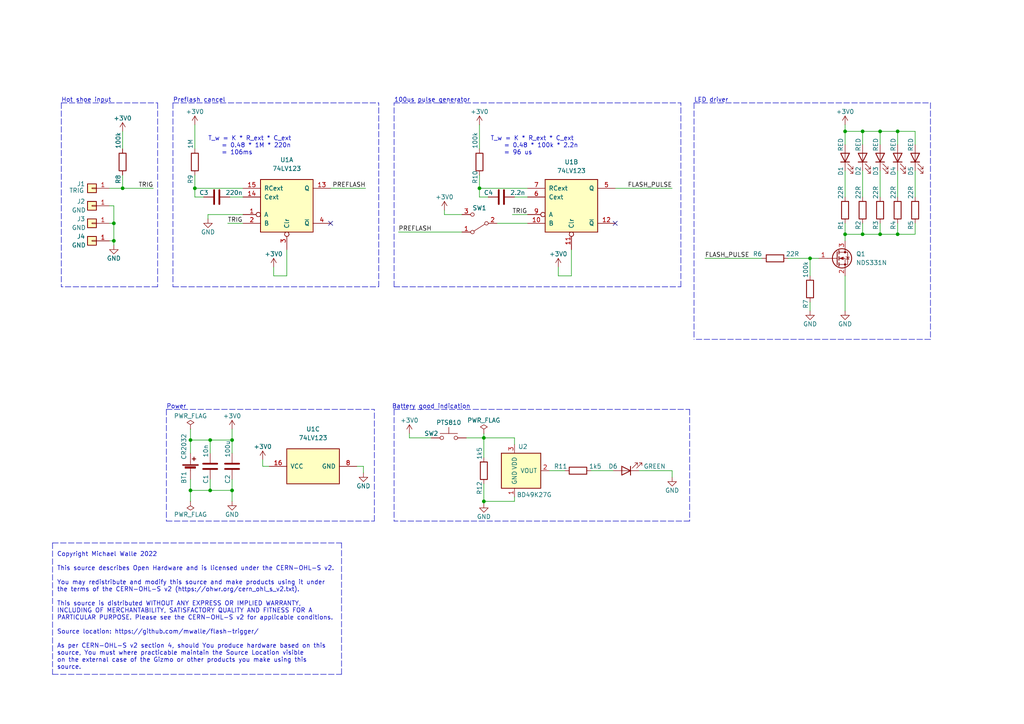
<source format=kicad_sch>
(kicad_sch (version 20211123) (generator eeschema)
  (paper "A4")
  (title_block (title "Flash Trigger") (date "2022-10-02") (rev "2"))
  (lib_symbols
    (symbol "74xx:74LS123" (pin_names (offset 1.016))
      (property "Reference" "U" (at -7.62 8.89 0))
      (property "Value" "74LS123" (at -7.62 -8.89 0))
      (symbol "74LS123_1_0"
        (pin input inverted (at -12.7 -2.54 0) (length 5.08) (name "A") (number "1"))
        (pin output line (at 12.7 5.08 180) (length 5.08) (name "Q") (number "13"))
        (pin input line (at -12.7 2.54 0) (length 5.08) (name "Cext") (number "14"))
        (pin input line (at -12.7 5.08 0) (length 5.08) (name "RCext") (number "15"))
        (pin input line (at -12.7 -5.08 0) (length 5.08) (name "B") (number "2"))
        (pin input inverted (at 0 -12.7 90) (length 5.08) (name "Clr") (number "3"))
        (pin output line (at 12.7 -5.08 180) (length 5.08) (name "~{Q}") (number "4"))
      )
      (symbol "74LS123_1_1"
        (rectangle (start -7.62 7.62) (end 7.62 -7.62) (stroke (width 0.254)) (fill (type background)))
      )
      (symbol "74LS123_2_0"
        (pin input line (at -12.7 -5.08 0) (length 5.08) (name "B") (number "10"))
        (pin input inverted (at 0 -12.7 90) (length 5.08) (name "Clr") (number "11"))
        (pin output line (at 12.7 -5.08 180) (length 5.08) (name "~{Q}") (number "12"))
        (pin output line (at 12.7 5.08 180) (length 5.08) (name "Q") (number "5"))
        (pin input line (at -12.7 2.54 0) (length 5.08) (name "Cext") (number "6"))
        (pin input line (at -12.7 5.08 0) (length 5.08) (name "RCext") (number "7"))
        (pin input inverted (at -12.7 -2.54 0) (length 5.08) (name "A") (number "9"))
      )
      (symbol "74LS123_2_1"
        (rectangle (start -7.62 7.62) (end 7.62 -7.62) (stroke (width 0.254)) (fill (type background)))
      )
      (symbol "74LS123_3_0"
        (pin power_in line (at 0 12.7 270) (length 5.08) (name "VCC") (number "16"))
        (pin power_in line (at 0 -12.7 90) (length 5.08) (name "GND") (number "8"))
      )
      (symbol "74LS123_3_1"
        (rectangle (start -5.08 7.62) (end 5.08 -7.62) (stroke (width 0.254)) (fill (type background)))
      )
    )
    (symbol "Connector_Pin:Pin" (pin_names (offset 1.016) hide)
      (property "Reference" "J" (at 0 2.54 0))
      (property "Value" "Pin" (at 1.27 -2.54 0))
      (symbol "Pin_1_1"
        (rectangle (start -1.27 0.127) (end 0 -0.127) (stroke (width 0.1524)))
        (rectangle (start -1.27 1.27) (end 1.27 -1.27) (stroke (width 0.254)) (fill (type background)))
        (pin passive line (at -5.08 0 0) (length 3.81) (name "Pin_1") (number "1"))
      )
    )
    (symbol "Device:Battery_Cell" (pin_numbers hide) (pin_names (offset 0) hide)
      (property "Reference" "BT" (at 2.54 2.54 0))
      (property "Value" "Battery_Cell" (at 2.54 0 0))
      (symbol "Battery_Cell_0_1"
        (rectangle (start -2.286 1.778) (end 2.286 1.524) (fill (type outline)))
        (rectangle (start -1.5748 1.1938) (end 1.4732 0.6858) (fill (type outline)))
        (polyline (pts (xy 0 0.762) (xy 0 0)))
        (polyline (pts (xy 0 1.778) (xy 0 2.54)))
        (polyline (pts (xy 0.508 3.429) (xy 1.524 3.429)) (stroke (width 0.254)))
        (polyline (pts (xy 1.016 3.937) (xy 1.016 2.921)) (stroke (width 0.254)))
      )
      (symbol "Battery_Cell_1_1"
        (pin passive line (at 0 5.08 270) (length 2.54) (name "+") (number "1"))
        (pin passive line (at 0 -2.54 90) (length 2.54) (name "-") (number "2"))
      )
    )
    (symbol "Device:C" (pin_numbers hide) (pin_names (offset 0.254))
      (property "Reference" "C" (at 0.635 2.54 0))
      (property "Value" "C" (at 0.635 -2.54 0))
      (symbol "C_0_1"
        (polyline (pts (xy -2.032 -0.762) (xy 2.032 -0.762)) (stroke (width 0.508)))
        (polyline (pts (xy -2.032 0.762) (xy 2.032 0.762)) (stroke (width 0.508)))
      )
      (symbol "C_1_1"
        (pin passive line (at 0 3.81 270) (length 2.794) (name "~") (number "1"))
        (pin passive line (at 0 -3.81 90) (length 2.794) (name "~") (number "2"))
      )
    )
    (symbol "Device:LED" (pin_numbers hide) (pin_names (offset 1.016) hide)
      (property "Reference" "D" (at 0 2.54 0))
      (property "Value" "LED" (at 0 -2.54 0))
      (symbol "LED_0_1"
        (polyline (pts (xy -1.27 -1.27) (xy -1.27 1.27)) (stroke (width 0.254)))
        (polyline (pts (xy -1.27 0) (xy 1.27 0)))
        (polyline (pts (xy 1.27 -1.27) (xy 1.27 1.27) (xy -1.27 0) (xy 1.27 -1.27)) (stroke (width 0.254)))
        (polyline (pts (xy -3.048 -0.762) (xy -4.572 -2.286) (xy -3.81 -2.286) (xy -4.572 -2.286) (xy -4.572 -1.524)))
        (polyline (pts (xy -1.778 -0.762) (xy -3.302 -2.286) (xy -2.54 -2.286) (xy -3.302 -2.286) (xy -3.302 -1.524)))
      )
      (symbol "LED_1_1"
        (pin passive line (at -3.81 0 0) (length 2.54) (name "K") (number "1"))
        (pin passive line (at 3.81 0 180) (length 2.54) (name "A") (number "2"))
      )
    )
    (symbol "Device:Q_NMOS_GSD" (pin_names (offset 0) hide)
      (property "Reference" "Q" (at 5.08 1.27 0))
      (property "Value" "Q_NMOS_GSD" (at 5.08 -1.27 0))
      (symbol "Q_NMOS_GSD_0_1"
        (polyline (pts (xy 0.254 0) (xy -2.54 0)))
        (polyline (pts (xy 0.254 1.905) (xy 0.254 -1.905)) (stroke (width 0.254)))
        (polyline (pts (xy 0.762 -1.27) (xy 0.762 -2.286)) (stroke (width 0.254)))
        (polyline (pts (xy 0.762 0.508) (xy 0.762 -0.508)) (stroke (width 0.254)))
        (polyline (pts (xy 0.762 2.286) (xy 0.762 1.27)) (stroke (width 0.254)))
        (polyline (pts (xy 2.54 2.54) (xy 2.54 1.778)))
        (polyline (pts (xy 2.54 -2.54) (xy 2.54 0) (xy 0.762 0)))
        (polyline (pts (xy 0.762 -1.778) (xy 3.302 -1.778) (xy 3.302 1.778) (xy 0.762 1.778)))
        (polyline (pts (xy 1.016 0) (xy 2.032 0.381) (xy 2.032 -0.381) (xy 1.016 0)) (fill (type outline)))
        (polyline (pts (xy 2.794 0.508) (xy 2.921 0.381) (xy 3.683 0.381) (xy 3.81 0.254)))
        (polyline (pts (xy 3.302 0.381) (xy 2.921 -0.254) (xy 3.683 -0.254) (xy 3.302 0.381)))
        (circle (center 1.651 0) (radius 2.794) (stroke (width 0.254)))
        (circle (center 2.54 -1.778) (radius 0.254) (fill (type outline)))
        (circle (center 2.54 1.778) (radius 0.254) (fill (type outline)))
      )
      (symbol "Q_NMOS_GSD_1_1"
        (pin input line (at -5.08 0 0) (length 2.54) (name "G") (number "1"))
        (pin passive line (at 2.54 -5.08 90) (length 2.54) (name "S") (number "2"))
        (pin passive line (at 2.54 5.08 270) (length 2.54) (name "D") (number "3"))
      )
    )
    (symbol "Device:R" (pin_numbers hide) (pin_names (offset 0))
      (property "Reference" "R" (at 2.032 0 90))
      (property "Value" "R" (at 0 0 90))
      (symbol "R_0_1"
        (rectangle (start -1.016 -2.54) (end 1.016 2.54) (stroke (width 0.254)))
      )
      (symbol "R_1_1"
        (pin passive line (at 0 3.81 270) (length 1.27) (name "~") (number "1"))
        (pin passive line (at 0 -3.81 90) (length 1.27) (name "~") (number "2"))
      )
    )
    (symbol "Power_Management:BD49KxxG" (pin_names (offset 1.016))
      (property "Reference" "U" (at -3.81 6.35 0))
      (property "Value" "BD49KxxG" (at -5.08 0 90))
      (symbol "BD49KxxG_1_1"
        (rectangle (start -3.81 5.08) (end 7.62 -5.08) (stroke (width 0.254)) (fill (type background)))
        (pin power_in line (at 0 -7.62 90) (length 2.54) (name "GND") (number "1"))
        (pin output line (at 10.16 0 180) (length 2.54) (name "VOUT") (number "2"))
        (pin power_in line (at 0 7.62 270) (length 2.54) (name "VDD") (number "3"))
      )
    )
    (symbol "Switch:SW_Push" (pin_numbers hide) (pin_names (offset 1.016) hide)
      (property "Reference" "SW" (at 1.27 2.54 0))
      (property "Value" "SW_Push" (at 0 -1.524 0))
      (symbol "SW_Push_0_1"
        (circle (center -2.032 0) (radius 0.508))
        (polyline (pts (xy 0 1.27) (xy 0 3.048)))
        (polyline (pts (xy 2.54 1.27) (xy -2.54 1.27)))
        (circle (center 2.032 0) (radius 0.508))
        (pin passive line (at -5.08 0 0) (length 2.54) (name "1") (number "1"))
        (pin passive line (at 5.08 0 180) (length 2.54) (name "2") (number "2"))
      )
    )
    (symbol "Switch:SW_SPDT" (pin_names (offset 0) hide)
      (property "Reference" "SW" (at 0 4.318 0))
      (property "Value" "SW_SPDT" (at 0 -5.08 0))
      (symbol "SW_SPDT_0_0"
        (circle (center -2.032 0) (radius 0.508))
        (circle (center 2.032 -2.54) (radius 0.508))
      )
      (symbol "SW_SPDT_0_1"
        (polyline (pts (xy -1.524 0.254) (xy 1.651 2.286)))
        (circle (center 2.032 2.54) (radius 0.508))
      )
      (symbol "SW_SPDT_1_1"
        (pin passive line (at 5.08 2.54 180) (length 2.54) (name "A") (number "1"))
        (pin passive line (at -5.08 0 0) (length 2.54) (name "B") (number "2"))
        (pin passive line (at 5.08 -2.54 180) (length 2.54) (name "C") (number "3"))
      )
    )
    (symbol "power:+3V0" (power) (pin_names (offset 0))
      (property "Value" "+3V0" (at 0 3.556 0))
      (symbol "+3V0_0_1"
        (polyline (pts (xy -0.762 1.27) (xy 0 2.54)))
        (polyline (pts (xy 0 0) (xy 0 2.54)))
        (polyline (pts (xy 0 2.54) (xy 0.762 1.27)))
      )
      (symbol "+3V0_1_1"
        (pin power_in line (at 0 0 90) (length 0) hide (name "+3V0") (number "1"))
      )
    )
    (symbol "power:GND" (power) (pin_names (offset 0))
      (property "Value" "GND" (at 0 -3.81 0))
      (symbol "GND_0_1"
        (polyline (pts (xy 0 0) (xy 0 -1.27) (xy 1.27 -1.27) (xy 0 -2.54) (xy -1.27 -1.27) (xy 0 -1.27)))
      )
      (symbol "GND_1_1"
        (pin power_in line (at 0 0 270) (length 0) hide (name "GND") (number "1"))
      )
    )
    (symbol "power:PWR_FLAG" (power) (pin_numbers hide) (pin_names (offset 0) hide)
      (property "Value" "PWR_FLAG" (at 0 3.81 0))
      (symbol "PWR_FLAG_0_0"
        (pin power_out line (at 0 0 90) (length 0) (name "pwr") (number "1"))
      )
      (symbol "PWR_FLAG_0_1"
        (polyline (pts (xy 0 0) (xy 0 1.27) (xy -1.016 1.905) (xy 0 2.54) (xy 1.016 1.905) (xy 0 1.27)))
      )
    )
  )
  (junction (at 245.11 38.1))
  (junction (at 139.065 54.61))
  (junction (at 33.02 64.77))
  (junction (at 67.31 142.24))
  (junction (at 35.56 54.61))
  (junction (at 260.35 67.945))
  (junction (at 255.27 38.1))
  (junction (at 140.335 127))
  (junction (at 245.11 67.945))
  (junction (at 234.95 74.93))
  (junction (at 60.96 142.24))
  (junction (at 55.245 127.635))
  (junction (at 55.245 142.24))
  (junction (at 250.19 67.945))
  (junction (at 250.19 38.1))
  (junction (at 140.335 145.415))
  (junction (at 33.02 69.85))
  (junction (at 60.96 127.635))
  (junction (at 67.31 127.635))
  (junction (at 255.27 67.945))
  (junction (at 260.35 38.1))
  (junction (at 56.515 54.61))
  (no_connect (at 178.435 64.77))
  (no_connect (at 95.885 64.77))
  (wire (pts (xy 149.225 57.15) (xy 153.035 57.15)))
  (wire (pts (xy 149.225 127) (xy 149.225 128.905)))
  (wire (pts (xy 128.905 62.23) (xy 133.985 62.23)))
  (wire (pts (xy 55.245 127.635) (xy 60.96 127.635)))
  (wire (pts (xy 67.31 127.635) (xy 60.96 127.635)))
  (wire (pts (xy 139.065 36.195) (xy 139.065 43.18)))
  (wire (pts (xy 66.675 57.15) (xy 70.485 57.15)))
  (polyline (pts (xy 48.26 151.13) (xy 108.585 151.13)))
  (wire (pts (xy 245.11 38.1) (xy 250.19 38.1)))
  (wire (pts (xy 67.31 127.635) (xy 67.31 131.445)))
  (wire (pts (xy 67.31 139.065) (xy 67.31 142.24)))
  (wire (pts (xy 118.745 127) (xy 118.745 125.73)))
  (wire (pts (xy 31.75 59.69) (xy 33.02 59.69)))
  (wire (pts (xy 70.485 62.23) (xy 60.325 62.23)))
  (wire (pts (xy 245.11 49.53) (xy 245.11 57.15)))
  (wire (pts (xy 128.905 60.96) (xy 128.905 62.23)))
  (wire (pts (xy 260.35 49.53) (xy 260.35 57.15)))
  (polyline (pts (xy 45.72 83.185) (xy 17.78 83.185)))
  (polyline (pts (xy 269.875 29.845) (xy 269.875 98.425)))
  (wire (pts (xy 66.04 64.77) (xy 70.485 64.77)))
  (wire (pts (xy 60.96 142.24) (xy 67.31 142.24)))
  (wire (pts (xy 33.02 59.69) (xy 33.02 64.77)))
  (wire (pts (xy 140.335 127) (xy 135.255 127)))
  (polyline (pts (xy 48.26 118.745) (xy 108.585 118.745)))
  (wire (pts (xy 171.45 136.525) (xy 177.8 136.525)))
  (polyline (pts (xy 200.025 118.745) (xy 200.025 151.13)))
  (wire (pts (xy 255.27 49.53) (xy 255.27 57.15)))
  (wire (pts (xy 255.27 38.1) (xy 255.27 41.91)))
  (polyline (pts (xy 15.24 157.48) (xy 15.24 195.58)))
  (wire (pts (xy 194.945 136.525) (xy 194.945 138.43)))
  (polyline (pts (xy 48.26 118.745) (xy 48.26 151.13)))
  (wire (pts (xy 60.325 62.23) (xy 60.325 63.5)))
  (wire (pts (xy 265.43 67.945) (xy 260.35 67.945)))
  (wire (pts (xy 55.245 142.24) (xy 60.96 142.24)))
  (wire (pts (xy 55.245 124.46) (xy 55.245 127.635)))
  (wire (pts (xy 185.42 136.525) (xy 194.945 136.525)))
  (polyline (pts (xy 109.855 83.185) (xy 109.855 29.845)))
  (polyline (pts (xy 200.025 151.13) (xy 114.3 151.13)))
  (wire (pts (xy 245.11 80.01) (xy 245.11 90.17)))
  (wire (pts (xy 255.27 67.945) (xy 250.19 67.945)))
  (wire (pts (xy 79.375 77.47) (xy 79.375 80.01)))
  (wire (pts (xy 55.245 127.635) (xy 55.245 131.445)))
  (wire (pts (xy 105.41 135.255) (xy 105.41 137.16)))
  (wire (pts (xy 140.335 127) (xy 140.335 132.715)))
  (wire (pts (xy 31.75 64.77) (xy 33.02 64.77)))
  (wire (pts (xy 250.19 38.1) (xy 250.19 41.91)))
  (wire (pts (xy 55.245 142.24) (xy 55.245 145.415)))
  (wire (pts (xy 35.56 50.8) (xy 35.56 54.61)))
  (wire (pts (xy 250.19 64.77) (xy 250.19 67.945)))
  (polyline (pts (xy 17.78 29.845) (xy 45.72 29.845)))
  (wire (pts (xy 194.945 54.61) (xy 178.435 54.61)))
  (wire (pts (xy 260.35 38.1) (xy 260.35 41.91)))
  (wire (pts (xy 153.035 54.61) (xy 139.065 54.61)))
  (wire (pts (xy 250.19 38.1) (xy 255.27 38.1)))
  (polyline (pts (xy 114.3 118.745) (xy 200.025 118.745)))
  (wire (pts (xy 144.145 64.77) (xy 153.035 64.77)))
  (wire (pts (xy 56.515 54.61) (xy 56.515 57.15)))
  (polyline (pts (xy 50.165 83.185) (xy 109.855 83.185)))
  (wire (pts (xy 265.43 38.1) (xy 265.43 41.91)))
  (wire (pts (xy 76.2 133.35) (xy 76.2 135.255)))
  (wire (pts (xy 245.11 67.945) (xy 245.11 69.85)))
  (polyline (pts (xy 15.24 195.58) (xy 99.06 195.58)))
  (wire (pts (xy 33.02 69.85) (xy 33.02 71.12)))
  (wire (pts (xy 31.75 69.85) (xy 33.02 69.85)))
  (wire (pts (xy 139.065 54.61) (xy 139.065 57.15)))
  (polyline (pts (xy 197.485 83.185) (xy 197.485 29.845)))
  (wire (pts (xy 245.11 36.195) (xy 245.11 38.1)))
  (wire (pts (xy 56.515 50.8) (xy 56.515 54.61)))
  (wire (pts (xy 35.56 54.61) (xy 44.45 54.61)))
  (wire (pts (xy 95.885 54.61) (xy 106.045 54.61)))
  (wire (pts (xy 245.11 64.77) (xy 245.11 67.945)))
  (wire (pts (xy 139.065 57.15) (xy 141.605 57.15)))
  (polyline (pts (xy 114.3 118.745) (xy 114.3 151.13)))
  (polyline (pts (xy 17.78 29.845) (xy 17.78 83.185)))
  (wire (pts (xy 260.35 64.77) (xy 260.35 67.945)))
  (wire (pts (xy 55.245 139.065) (xy 55.245 142.24)))
  (polyline (pts (xy 269.875 98.425) (xy 201.295 98.425)))
  (wire (pts (xy 140.335 140.335) (xy 140.335 145.415)))
  (wire (pts (xy 255.27 38.1) (xy 260.35 38.1)))
  (wire (pts (xy 118.745 127) (xy 125.095 127)))
  (wire (pts (xy 234.95 87.63) (xy 234.95 90.17)))
  (wire (pts (xy 60.96 127.635) (xy 60.96 131.445)))
  (wire (pts (xy 31.75 54.61) (xy 35.56 54.61)))
  (wire (pts (xy 76.2 135.255) (xy 78.105 135.255)))
  (wire (pts (xy 115.57 67.31) (xy 133.985 67.31)))
  (wire (pts (xy 265.43 64.77) (xy 265.43 67.945)))
  (wire (pts (xy 83.185 72.39) (xy 83.185 80.01)))
  (wire (pts (xy 67.31 124.46) (xy 67.31 127.635)))
  (wire (pts (xy 228.6 74.93) (xy 234.95 74.93)))
  (wire (pts (xy 149.225 145.415) (xy 140.335 145.415)))
  (wire (pts (xy 139.065 50.8) (xy 139.065 54.61)))
  (wire (pts (xy 60.96 139.065) (xy 60.96 142.24)))
  (wire (pts (xy 56.515 36.195) (xy 56.515 43.18)))
  (wire (pts (xy 234.95 74.93) (xy 234.95 80.01)))
  (wire (pts (xy 260.35 38.1) (xy 265.43 38.1)))
  (wire (pts (xy 165.735 72.39) (xy 165.735 80.01)))
  (wire (pts (xy 165.735 80.01) (xy 161.925 80.01)))
  (polyline (pts (xy 201.295 29.845) (xy 201.295 98.425)))
  (polyline (pts (xy 108.585 151.13) (xy 108.585 118.745)))
  (wire (pts (xy 260.35 67.945) (xy 255.27 67.945)))
  (wire (pts (xy 245.11 38.1) (xy 245.11 41.91)))
  (wire (pts (xy 149.225 127) (xy 140.335 127)))
  (wire (pts (xy 234.95 74.93) (xy 237.49 74.93)))
  (polyline (pts (xy 201.295 29.845) (xy 269.875 29.845)))
  (wire (pts (xy 204.47 74.93) (xy 220.98 74.93)))
  (wire (pts (xy 265.43 49.53) (xy 265.43 57.15)))
  (wire (pts (xy 70.485 54.61) (xy 56.515 54.61)))
  (polyline (pts (xy 15.24 157.48) (xy 99.06 157.48)))
  (polyline (pts (xy 114.3 83.185) (xy 197.485 83.185)))
  (wire (pts (xy 83.185 80.01) (xy 79.375 80.01)))
  (wire (pts (xy 56.515 57.15) (xy 59.055 57.15)))
  (wire (pts (xy 103.505 135.255) (xy 105.41 135.255)))
  (wire (pts (xy 250.19 49.53) (xy 250.19 57.15)))
  (polyline (pts (xy 45.72 29.845) (xy 45.72 83.185)))
  (wire (pts (xy 250.19 67.945) (xy 245.11 67.945)))
  (polyline (pts (xy 99.06 195.58) (xy 99.06 157.48)))
  (polyline (pts (xy 114.3 29.845) (xy 197.485 29.845)))
  (wire (pts (xy 148.59 62.23) (xy 153.035 62.23)))
  (polyline (pts (xy 50.165 29.845) (xy 50.165 83.185)))
  (wire (pts (xy 67.31 142.24) (xy 67.31 145.415)))
  (polyline (pts (xy 50.165 29.845) (xy 109.855 29.845)))
  (wire (pts (xy 149.225 144.145) (xy 149.225 145.415)))
  (wire (pts (xy 140.335 145.415) (xy 140.335 146.05)))
  (wire (pts (xy 161.925 77.47) (xy 161.925 80.01)))
  (wire (pts (xy 140.335 125.73) (xy 140.335 127)))
  (wire (pts (xy 35.56 38.1) (xy 35.56 43.18)))
  (wire (pts (xy 255.27 64.77) (xy 255.27 67.945)))
  (wire (pts (xy 33.02 64.77) (xy 33.02 69.85)))
  (wire (pts (xy 159.385 136.525) (xy 163.83 136.525)))
  (polyline (pts (xy 114.3 83.185) (xy 114.3 29.845)))
  (text "100us pulse generator" (at 114.3 29.845 0) (effects (font (size 1.27 1.27)) (justify left bottom)))
  (text "Battery good indication" (at 113.665 118.745 0) (effects (font (size 1.27 1.27)) (justify left bottom)))
  (text "T_w = K * R_ext * C_ext\n    = 0.48 * 100k * 2.2n\n    = 96 us" (at 142.24 45.085 0) (effects (font (size 1.27 1.27)) (justify left bottom)))
  (text "Power" (at 48.26 118.745 0) (effects (font (size 1.27 1.27)) (justify left bottom)))
  (text "Copyright Michael Walle 2022\n\nThis source describes Open Hardware and is licensed under the CERN-OHL-S v2.\n\nYou may redistribute and modify this source and make products using it under\nthe terms of the CERN-OHL-S v2 (https://ohwr.org/cern_ohl_s_v2.txt).\n\nThis source is distributed WITHOUT ANY EXPRESS OR IMPLIED WARRANTY,\nINCLUDING OF MERCHANTABILITY, SATISFACTORY QUALITY AND FITNESS FOR A\nPARTICULAR PURPOSE. Please see the CERN-OHL-S v2 for applicable conditions.\n\nSource location: https://github.com/mwalle/flash-trigger/\n\nAs per CERN-OHL-S v2 section 4, should You produce hardware based on this\nsource, You must where practicable maintain the Source Location visible\non the external case of the Gizmo or other products you make using this\nsource." (at 16.51 194.31 0) (effects (font (size 1.27 1.27)) (justify left bottom)))
  (text "Hot shoe input" (at 17.78 29.845 0) (effects (font (size 1.27 1.27)) (justify left bottom)))
  (text "LED driver" (at 201.295 29.845 0) (effects (font (size 1.27 1.27)) (justify left bottom)))
  (text "T_w = K * R_ext * C_ext\n    = 0.48 * 1M * 220n\n    = 106ms" (at 60.325 45.085 0) (effects (font (size 1.27 1.27)) (justify left bottom)))
  (text "Preflash cancel" (at 50.165 29.845 0) (effects (font (size 1.27 1.27)) (justify left bottom)))
  (label "TRIG" (at 66.04 64.77 0))
  (label "TRIG" (at 148.59 62.23 0))
  (label "PREFLASH" (at 115.57 67.31 0))
  (label "FLASH_PULSE" (at 204.47 74.93 0))
  (label "TRIG" (at 44.45 54.61 180))
  (label "PREFLASH" (at 106.045 54.61 180))
  (label "FLASH_PULSE" (at 194.945 54.61 180))
  (symbol (lib_id "power:+3V0") (at 245.11 36.195 0) (unit 1)
    (property "Reference" "#PWR0105" (effects hide))
    (property "Value" "+3V0" (at 245.11 32.385 0))
  )
  (symbol (lib_id "power:+3V0") (at 161.925 77.47 0) (unit 1)
    (property "Reference" "#PWR0103" (effects hide))
    (property "Value" "+3V0" (at 161.925 73.66 0))
  )
  (symbol (lib_id "Device:LED") (at 255.27 45.72 90) (unit 1)
    (property "Reference" "D3" (at 254 48.26 0) (effects (justify right)))
    (property "Value" "RED" (at 254 40.005 0) (effects (justify right)))
    (property "Footprint" "LED_THT:LED_D5.0mm_Horizontal_O3.81mm_Z3.0mm" (effects hide))
  )
  (symbol (lib_id "power:+3V0") (at 139.065 36.195 0) (unit 1)
    (property "Reference" "#PWR0115" (effects hide))
    (property "Value" "+3V0" (at 139.065 32.385 0))
  )
  (symbol (lib_id "power:GND") (at 245.11 90.17 0) (unit 1)
    (property "Reference" "#PWR0107" (effects hide))
    (property "Value" "GND" (at 245.11 93.98 0))
  )
  (symbol (lib_id "Switch:SW_SPDT") (at 139.065 64.77 180) (unit 1)
    (property "Reference" "SW1" (at 139.065 60.325 0))
    (property "Value" "PCM12" (effects hide))
    (property "Footprint" "Button_Switch_SMD:SW_SPDT_PCM12" (effects hide))
  )
  (symbol (lib_id "power:+3V0") (at 128.905 60.96 0) (unit 1)
    (property "Reference" "#PWR0101" (effects hide))
    (property "Value" "+3V0" (at 128.905 57.15 0))
  )
  (symbol (lib_id "Device:C") (at 62.865 57.15 270) (unit 1)
    (property "Reference" "C3" (at 57.785 55.88 90) (effects (justify left)))
    (property "Value" "220n" (at 65.405 55.88 90) (effects (justify left)))
    (property "Footprint" "Capacitor_SMD:C_0603_1608Metric_Pad1.08x0.95mm_HandSolder" (effects hide))
  )
  (symbol (lib_id "Device:C") (at 145.415 57.15 270) (unit 1)
    (property "Reference" "C4" (at 140.335 55.88 90) (effects (justify left)))
    (property "Value" "2.2n" (at 147.955 55.88 90) (effects (justify left)))
    (property "Footprint" "Capacitor_SMD:C_0603_1608Metric_Pad1.08x0.95mm_HandSolder" (effects hide))
  )
  (symbol (lib_id "power:GND") (at 234.95 90.17 0) (unit 1)
    (property "Reference" "#PWR0106" (effects hide))
    (property "Value" "GND" (at 234.95 93.98 0))
  )
  (symbol (lib_id "74xx:74LS123") (at 90.805 135.255 90) (unit 3)
    (property "Reference" "U1" (at 90.805 124.46 90))
    (property "Value" "74LV123" (at 90.805 127 90))
    (property "Footprint" "Package_SO:SSOP-16_4.4x5.2mm_P0.65mm" (effects hide))
    (property "Datasheet" "http://www.ti.com/lit/gpn/sn74LS123" (effects hide))
  )
  (symbol (lib_id "Device:R") (at 245.11 60.96 0) (unit 1)
    (property "Reference" "R1" (at 243.84 66.675 90) (effects (justify left)))
    (property "Value" "22R" (at 243.84 57.785 90) (effects (justify left)))
    (property "Footprint" "Resistor_SMD:R_0603_1608Metric_Pad0.98x0.95mm_HandSolder" (effects hide))
  )
  (symbol (lib_id "power:+3V0") (at 118.745 125.73 0) (unit 1)
    (property "Reference" "#PWR0114" (effects hide))
    (property "Value" "+3V0" (at 118.745 121.92 0))
  )
  (symbol (lib_id "Connector_Pin:Pin") (at 26.67 54.61 180) (unit 1)
    (property "Reference" "J1" (at 23.495 53.34 0))
    (property "Value" "TRIG" (at 22.225 55.245 0))
    (property "Footprint" "Connector_MillMax:0550_52mil" (effects hide))
  )
  (symbol (lib_id "power:PWR_FLAG") (at 55.245 145.415 180) (unit 1)
    (property "Reference" "#FLG0102" (effects hide))
    (property "Value" "PWR_FLAG" (at 55.245 149.225 0))
  )
  (symbol (lib_id "Device:LED") (at 250.19 45.72 90) (unit 1)
    (property "Reference" "D2" (at 248.92 48.26 0) (effects (justify right)))
    (property "Value" "RED" (at 248.92 40.005 0) (effects (justify right)))
    (property "Footprint" "LED_THT:LED_D5.0mm_Horizontal_O3.81mm_Z3.0mm" (effects hide))
  )
  (symbol (lib_id "Device:LED") (at 245.11 45.72 90) (unit 1)
    (property "Reference" "D1" (at 243.84 48.26 0) (effects (justify right)))
    (property "Value" "RED" (at 243.84 40.005 0) (effects (justify right)))
    (property "Footprint" "LED_THT:LED_D5.0mm_Horizontal_O3.81mm_Z3.0mm" (effects hide))
  )
  (symbol (lib_id "power:GND") (at 140.335 146.05 0) (unit 1)
    (property "Reference" "#PWR03" (effects hide))
    (property "Value" "GND" (at 140.335 149.86 0))
  )
  (symbol (lib_id "power:GND") (at 105.41 137.16 0) (unit 1)
    (property "Reference" "#PWR0104" (effects hide))
    (property "Value" "GND" (at 105.41 140.97 0))
  )
  (symbol (lib_id "Connector_Pin:Pin") (at 26.67 64.77 180) (unit 1)
    (property "Reference" "J3" (at 23.495 63.5 0))
    (property "Value" "GND" (at 22.86 66.04 0))
    (property "Footprint" "Connector_MillMax:0508_20mil" (effects hide))
  )
  (symbol (lib_id "Device:LED") (at 181.61 136.525 180) (unit 1)
    (property "Reference" "D6" (at 177.8 135.255 0))
    (property "Value" "GREEN" (at 189.865 135.255 0))
    (property "Footprint" "LED_SMD:LED_0603_1608Metric_Pad1.05x0.95mm_HandSolder" (effects hide))
  )
  (symbol (lib_id "Device:R") (at 260.35 60.96 0) (unit 1)
    (property "Reference" "R4" (at 259.08 66.675 90) (effects (justify left)))
    (property "Value" "22R" (at 259.08 57.785 90) (effects (justify left)))
    (property "Footprint" "Resistor_SMD:R_0603_1608Metric_Pad0.98x0.95mm_HandSolder" (effects hide))
  )
  (symbol (lib_id "Device:R") (at 234.95 83.82 0) (unit 1)
    (property "Reference" "R7" (at 233.68 89.535 90) (effects (justify left)))
    (property "Value" "100k" (at 233.68 80.645 90) (effects (justify left)))
    (property "Footprint" "Resistor_SMD:R_0603_1608Metric_Pad0.98x0.95mm_HandSolder" (effects hide))
  )
  (symbol (lib_id "power:GND") (at 67.31 145.415 0) (unit 1)
    (property "Reference" "#PWR0110" (effects hide))
    (property "Value" "GND" (at 67.31 149.225 0))
  )
  (symbol (lib_id "74xx:74LS123") (at 165.735 59.69 0) (unit 2)
    (property "Reference" "U1" (at 165.735 46.99 0))
    (property "Value" "74LV123" (at 165.735 49.53 0))
    (property "Footprint" "Package_SO:SSOP-16_4.4x5.2mm_P0.65mm" (effects hide))
    (property "Datasheet" "http://www.ti.com/lit/gpn/sn74LS123" (effects hide))
  )
  (symbol (lib_id "Device:R") (at 224.79 74.93 90) (unit 1)
    (property "Reference" "R6" (at 219.71 73.66 90))
    (property "Value" "22R" (at 229.87 73.66 90))
    (property "Footprint" "Resistor_SMD:R_0603_1608Metric_Pad0.98x0.95mm_HandSolder" (effects hide))
  )
  (symbol (lib_id "power:+3V0") (at 79.375 77.47 0) (unit 1)
    (property "Reference" "#PWR0112" (effects hide))
    (property "Value" "+3V0" (at 79.375 73.66 0))
  )
  (symbol (lib_id "power:GND") (at 60.325 63.5 0) (unit 1)
    (property "Reference" "#PWR0111" (effects hide))
    (property "Value" "GND" (at 60.325 67.31 0))
  )
  (symbol (lib_id "Device:R") (at 250.19 60.96 0) (unit 1)
    (property "Reference" "R2" (at 248.92 66.675 90) (effects (justify left)))
    (property "Value" "22R" (at 248.92 57.785 90) (effects (justify left)))
    (property "Footprint" "Resistor_SMD:R_0603_1608Metric_Pad0.98x0.95mm_HandSolder" (effects hide))
  )
  (symbol (lib_id "Device:C") (at 60.96 135.255 0) (unit 1)
    (property "Reference" "C1" (at 59.69 140.335 90) (effects (justify left)))
    (property "Value" "10n" (at 59.69 132.715 90) (effects (justify left)))
    (property "Footprint" "Capacitor_SMD:C_0603_1608Metric_Pad1.08x0.95mm_HandSolder" (effects hide))
  )
  (symbol (lib_id "power:+3V0") (at 56.515 36.195 0) (unit 1)
    (property "Reference" "#PWR0116" (effects hide))
    (property "Value" "+3V0" (at 56.515 32.385 0))
  )
  (symbol (lib_id "power:PWR_FLAG") (at 55.245 124.46 0) (unit 1)
    (property "Reference" "#FLG0101" (effects hide))
    (property "Value" "PWR_FLAG" (at 55.245 120.65 0))
  )
  (symbol (lib_id "Device:C") (at 67.31 135.255 0) (unit 1)
    (property "Reference" "C2" (at 66.04 140.335 90) (effects (justify left)))
    (property "Value" "100u" (at 66.04 132.715 90) (effects (justify left)))
    (property "Footprint" "Capacitor_SMD:C_0805_2012Metric_Pad1.18x1.45mm_HandSolder" (effects hide))
  )
  (symbol (lib_id "Device:R") (at 140.335 136.525 0) (unit 1)
    (property "Reference" "R12" (at 139.065 143.51 90) (effects (justify left)))
    (property "Value" "1k5" (at 139.065 133.35 90) (effects (justify left)))
    (property "Footprint" "Resistor_SMD:R_0603_1608Metric_Pad0.98x0.95mm_HandSolder" (effects hide))
  )
  (symbol (lib_id "Connector_Pin:Pin") (at 26.67 59.69 180) (unit 1)
    (property "Reference" "J2" (at 23.495 58.42 0))
    (property "Value" "GND" (at 22.86 60.96 0))
    (property "Footprint" "Connector_MillMax:0550_52mil" (effects hide))
  )
  (symbol (lib_id "power:PWR_FLAG") (at 140.335 125.73 0) (unit 1)
    (property "Reference" "#FLG0103" (effects hide))
    (property "Value" "PWR_FLAG" (at 140.335 121.92 0))
  )
  (symbol (lib_id "Device:R") (at 265.43 60.96 0) (unit 1)
    (property "Reference" "R5" (at 264.16 66.675 90) (effects (justify left)))
    (property "Value" "22R" (at 264.16 57.785 90) (effects (justify left)))
    (property "Footprint" "Resistor_SMD:R_0603_1608Metric_Pad0.98x0.95mm_HandSolder" (effects hide))
  )
  (symbol (lib_id "power:GND") (at 33.02 71.12 0) (unit 1)
    (property "Reference" "#PWR01" (effects hide))
    (property "Value" "GND" (at 33.02 74.93 0))
  )
  (symbol (lib_id "power:+3V0") (at 76.2 133.35 0) (unit 1)
    (property "Reference" "#PWR0108" (effects hide))
    (property "Value" "+3V0" (at 76.2 129.54 0))
  )
  (symbol (lib_id "Device:R") (at 255.27 60.96 0) (unit 1)
    (property "Reference" "R3" (at 254 66.675 90) (effects (justify left)))
    (property "Value" "22R" (at 254 57.785 90) (effects (justify left)))
    (property "Footprint" "Resistor_SMD:R_0603_1608Metric_Pad0.98x0.95mm_HandSolder" (effects hide))
  )
  (symbol (lib_id "Device:R") (at 139.065 46.99 180) (unit 1)
    (property "Reference" "R10" (at 137.795 53.34 90) (effects (justify right)))
    (property "Value" "100k" (at 137.795 43.18 90) (effects (justify right)))
    (property "Footprint" "Resistor_SMD:R_0603_1608Metric_Pad0.98x0.95mm_HandSolder" (effects hide))
  )
  (symbol (lib_id "Device:Q_NMOS_GSD") (at 242.57 74.93 0) (unit 1)
    (property "Reference" "Q1" (at 248.285 73.6599 0) (effects (justify left)))
    (property "Value" "NDS331N" (at 248.285 76.1999 0) (effects (justify left)))
    (property "Footprint" "Package_TO_SOT_SMD:SOT-23_Handsoldering" (effects hide))
  )
  (symbol (lib_id "Device:LED") (at 260.35 45.72 90) (unit 1)
    (property "Reference" "D4" (at 259.08 48.26 0) (effects (justify right)))
    (property "Value" "RED" (at 259.08 40.005 0) (effects (justify right)))
    (property "Footprint" "LED_THT:LED_D5.0mm_Horizontal_O3.81mm_Z3.0mm" (effects hide))
  )
  (symbol (lib_id "Device:R") (at 167.64 136.525 270) (unit 1)
    (property "Reference" "R11" (at 160.655 135.255 90) (effects (justify left)))
    (property "Value" "1k5" (at 170.815 135.255 90) (effects (justify left)))
    (property "Footprint" "Resistor_SMD:R_0603_1608Metric_Pad0.98x0.95mm_HandSolder" (effects hide))
  )
  (symbol (lib_id "Device:LED") (at 265.43 45.72 90) (unit 1)
    (property "Reference" "D5" (at 264.16 48.26 0) (effects (justify right)))
    (property "Value" "RED" (at 264.16 40.005 0) (effects (justify right)))
    (property "Footprint" "LED_THT:LED_D5.0mm_Horizontal_O3.81mm_Z3.0mm" (effects hide))
  )
  (symbol (lib_id "Power_Management:BD49KxxG") (at 149.225 136.525 0) (unit 1)
    (property "Reference" "U2" (at 153.035 129.54 0) (effects (justify right)))
    (property "Value" "BD49K27G" (at 160.02 143.51 0) (effects (justify right)))
    (property "Footprint" "Package_TO_SOT_SMD:SOT-23_Handsoldering" (effects hide))
    (property "Datasheet" "https://www.rohm.de/datasheet/BD4830FVE/bd48xxg-e" (effects hide))
  )
  (symbol (lib_id "power:+3V0") (at 35.56 38.1 0) (unit 1)
    (property "Reference" "#PWR0102" (effects hide))
    (property "Value" "+3V0" (at 35.56 34.29 0))
  )
  (symbol (lib_id "Connector_Pin:Pin") (at 26.67 69.85 180) (unit 1)
    (property "Reference" "J4" (at 23.495 68.58 0))
    (property "Value" "GND" (at 22.86 71.12 0))
    (property "Footprint" "Connector_MillMax:0508_20mil" (effects hide))
  )
  (symbol (lib_id "power:GND") (at 194.945 138.43 0) (unit 1)
    (property "Reference" "#PWR0113" (effects hide))
    (property "Value" "GND" (at 194.945 142.24 0))
  )
  (symbol (lib_id "74xx:74LS123") (at 83.185 59.69 0) (unit 1)
    (property "Reference" "U1" (at 83.185 46.355 0))
    (property "Value" "74LV123" (at 83.185 48.895 0))
    (property "Footprint" "Package_SO:SSOP-16_4.4x5.2mm_P0.65mm" (effects hide))
    (property "Datasheet" "http://www.ti.com/lit/gpn/sn74LS123" (effects hide))
  )
  (symbol (lib_id "power:+3V0") (at 67.31 124.46 0) (unit 1)
    (property "Reference" "#PWR0109" (effects hide))
    (property "Value" "+3V0" (at 67.31 120.65 0))
  )
  (symbol (lib_id "Device:R") (at 35.56 46.99 180) (unit 1)
    (property "Reference" "R8" (at 34.29 53.34 90) (effects (justify right)))
    (property "Value" "100k" (at 34.29 43.18 90) (effects (justify right)))
    (property "Footprint" "Resistor_SMD:R_0603_1608Metric_Pad0.98x0.95mm_HandSolder" (effects hide))
  )
  (symbol (lib_id "Device:Battery_Cell") (at 55.245 136.525 0) (unit 1)
    (property "Reference" "BT1" (at 53.34 140.335 90) (effects (justify left)))
    (property "Value" "CR2032" (at 53.34 133.35 90) (effects (justify left)))
    (property "Footprint" "Battery_Keystone:BatteryHolder_Keystone_2899_1x2032" (effects hide))
  )
  (symbol (lib_id "Switch:SW_Push") (at 130.175 127 0) (unit 1)
    (property "Reference" "SW2" (at 125.095 125.73 0))
    (property "Value" "PTS810" (at 130.175 122.555 0))
    (property "Footprint" "Button_Switch_CKComponents:SW_SPST_PTS810" (effects hide))
  )
  (symbol (lib_id "Device:R") (at 56.515 46.99 180) (unit 1)
    (property "Reference" "R9" (at 55.245 53.34 90) (effects (justify right)))
    (property "Value" "1M" (at 55.245 43.18 90) (effects (justify right)))
    (property "Footprint" "Resistor_SMD:R_0603_1608Metric_Pad0.98x0.95mm_HandSolder" (effects hide))
  )
)
</source>
